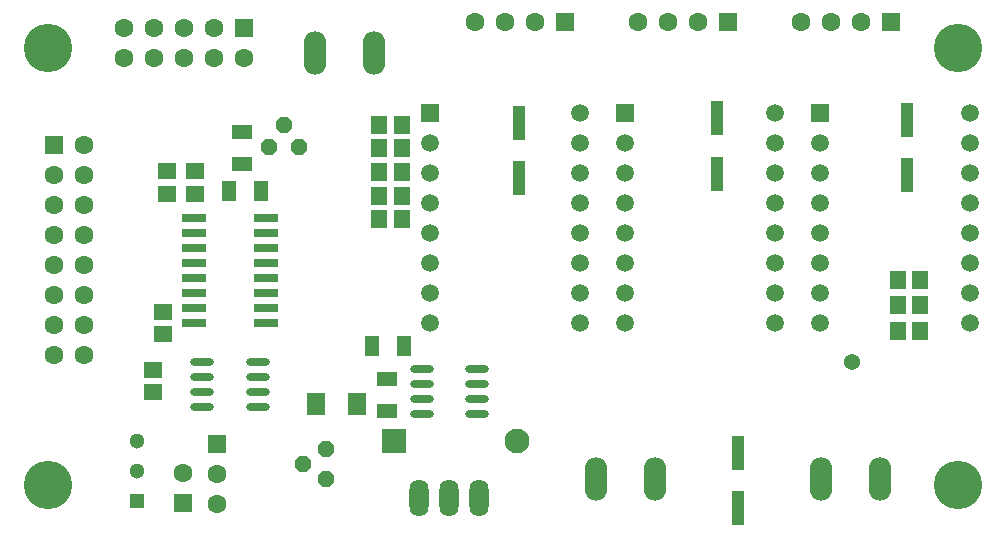
<source format=gts>
G04*
G04 #@! TF.GenerationSoftware,Altium Limited,Altium Designer,19.1.7 (138)*
G04*
G04 Layer_Color=8388736*
%FSLAX44Y44*%
%MOMM*%
G71*
G01*
G75*
%ADD10O,2.0000X0.7000*%
%ADD11R,1.2000X1.8000*%
%ADD12R,1.8000X1.2000*%
%ADD13R,1.6000X1.9000*%
%ADD14R,1.6000X1.4000*%
%ADD15R,1.4000X1.6000*%
%ADD16R,1.1000X2.9001*%
%ADD17R,2.1320X0.7604*%
%ADD18O,1.8907X3.6814*%
%ADD19R,1.6000X1.6000*%
%ADD20C,1.6000*%
%ADD21R,1.6000X1.6000*%
%ADD22C,1.5079*%
%ADD23R,1.5079X1.5079*%
%ADD24O,1.6240X3.1480*%
%ADD25P,1.5379X8X22.5*%
%ADD26P,1.5379X8X112.5*%
%ADD27R,1.3000X1.3000*%
%ADD28C,1.3000*%
%ADD29R,2.1000X2.1000*%
%ADD30C,2.1000*%
%ADD31C,4.1000*%
%ADD32C,1.3700*%
D10*
X717500Y535950D02*
D03*
Y548650D02*
D03*
Y561350D02*
D03*
Y574050D02*
D03*
X670500Y535950D02*
D03*
Y548650D02*
D03*
Y561350D02*
D03*
Y574050D02*
D03*
X903500Y529950D02*
D03*
Y542650D02*
D03*
Y555350D02*
D03*
Y568050D02*
D03*
X856500Y529950D02*
D03*
Y542650D02*
D03*
Y555350D02*
D03*
Y568050D02*
D03*
D11*
X720500Y719000D02*
D03*
X693500D02*
D03*
X841500Y588000D02*
D03*
X814500D02*
D03*
D12*
X704000Y768500D02*
D03*
Y741500D02*
D03*
X827000Y559500D02*
D03*
Y532500D02*
D03*
D13*
X766500Y539000D02*
D03*
X801500D02*
D03*
D14*
X637000Y616500D02*
D03*
Y597500D02*
D03*
X641000Y716500D02*
D03*
Y735500D02*
D03*
X664000D02*
D03*
Y716500D02*
D03*
X629000Y548500D02*
D03*
Y567500D02*
D03*
D15*
X820500Y695000D02*
D03*
X839500D02*
D03*
Y775000D02*
D03*
X820500D02*
D03*
X1278230Y600710D02*
D03*
X1259230D02*
D03*
Y643620D02*
D03*
X1278230D02*
D03*
X820500Y735000D02*
D03*
X839500D02*
D03*
X1259230Y622300D02*
D03*
X1278230D02*
D03*
X820500Y715000D02*
D03*
X839500D02*
D03*
Y755000D02*
D03*
X820500D02*
D03*
D16*
X1106170Y733420D02*
D03*
Y780420D02*
D03*
X938530Y776610D02*
D03*
Y729610D02*
D03*
X1267460Y732150D02*
D03*
Y779150D02*
D03*
X1124000Y497500D02*
D03*
Y450500D02*
D03*
D17*
X724734Y607550D02*
D03*
X663266D02*
D03*
X724734Y620250D02*
D03*
Y632950D02*
D03*
X663266Y620250D02*
D03*
Y632950D02*
D03*
X724734Y645650D02*
D03*
X663266D02*
D03*
X724734Y658350D02*
D03*
X663266D02*
D03*
X724734Y671050D02*
D03*
Y683750D02*
D03*
X663266Y671050D02*
D03*
Y683750D02*
D03*
X724734Y696450D02*
D03*
X663266D02*
D03*
D18*
X1054001Y475300D02*
D03*
X1003999D02*
D03*
X1193999D02*
D03*
X1244001D02*
D03*
X765999Y835700D02*
D03*
X816001D02*
D03*
D19*
X654000Y454600D02*
D03*
X683000Y504400D02*
D03*
X544830Y758190D02*
D03*
D20*
X654000Y480000D02*
D03*
X683000Y453600D02*
D03*
Y479000D02*
D03*
X1228090Y862330D02*
D03*
X1202690D02*
D03*
X1177290D02*
D03*
X1039800D02*
D03*
X1065200D02*
D03*
X1090600D02*
D03*
X952500D02*
D03*
X927100D02*
D03*
X901700D02*
D03*
X706120Y831850D02*
D03*
X680720Y857250D02*
D03*
Y831850D02*
D03*
X655320Y857250D02*
D03*
Y831850D02*
D03*
X629920Y857250D02*
D03*
Y831850D02*
D03*
X604520Y857250D02*
D03*
Y831850D02*
D03*
X570230Y758190D02*
D03*
X544830Y732790D02*
D03*
X570230D02*
D03*
X544830Y707390D02*
D03*
X570230D02*
D03*
X544830Y681990D02*
D03*
X570230D02*
D03*
X544830Y656590D02*
D03*
X570230D02*
D03*
X544830Y631190D02*
D03*
X570230D02*
D03*
X544830Y605790D02*
D03*
X570230D02*
D03*
X544830Y580390D02*
D03*
X570230D02*
D03*
D21*
X1253490Y862330D02*
D03*
X1116000D02*
D03*
X977900D02*
D03*
X706120Y857250D02*
D03*
D22*
X1320770Y683260D02*
D03*
Y657860D02*
D03*
Y708660D02*
D03*
Y734060D02*
D03*
X1193770Y607060D02*
D03*
X1320770D02*
D03*
Y759460D02*
D03*
X1193770D02*
D03*
Y734060D02*
D03*
Y708660D02*
D03*
Y683260D02*
D03*
Y657860D02*
D03*
Y632460D02*
D03*
X1320770D02*
D03*
Y784860D02*
D03*
X1155600D02*
D03*
Y632460D02*
D03*
X1028600D02*
D03*
Y657860D02*
D03*
Y683260D02*
D03*
Y708660D02*
D03*
Y734060D02*
D03*
Y759460D02*
D03*
X1155600D02*
D03*
Y607060D02*
D03*
X1028600D02*
D03*
X1155600Y734060D02*
D03*
Y708660D02*
D03*
Y657860D02*
D03*
Y683260D02*
D03*
X990600D02*
D03*
Y657860D02*
D03*
Y708660D02*
D03*
Y734060D02*
D03*
X863600Y607060D02*
D03*
X990600D02*
D03*
Y759460D02*
D03*
X863600D02*
D03*
Y734060D02*
D03*
Y708660D02*
D03*
Y683260D02*
D03*
Y657860D02*
D03*
Y632460D02*
D03*
X990600D02*
D03*
Y784860D02*
D03*
D23*
X1193770D02*
D03*
X1028600D02*
D03*
X863600D02*
D03*
D24*
X854000Y459000D02*
D03*
X879400D02*
D03*
X904800D02*
D03*
D25*
X727300Y756000D02*
D03*
X740000Y775050D02*
D03*
X752700Y756000D02*
D03*
D26*
X775000Y500700D02*
D03*
X755950Y488000D02*
D03*
X775000Y475300D02*
D03*
D27*
X615000Y456600D02*
D03*
D28*
Y482000D02*
D03*
Y507400D02*
D03*
D29*
X832400Y507000D02*
D03*
D30*
X937000D02*
D03*
D31*
X1310000Y840000D02*
D03*
Y470000D02*
D03*
X540000D02*
D03*
Y840000D02*
D03*
D32*
X1221000Y574000D02*
D03*
M02*

</source>
